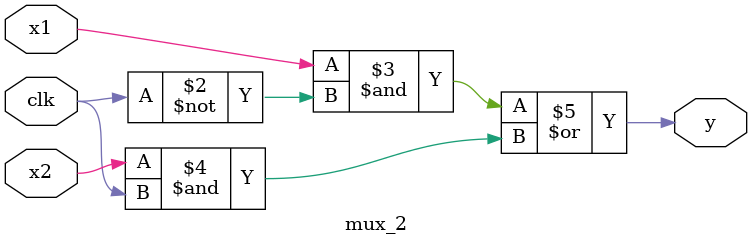
<source format=v>
`timescale 1ns / 1ps

module mux_2( //multiplexer using a binary 1 or 0 clock and 2 inputs
    input clk,
    input wire x1, x2,
    output reg y
);
    
always@(*)
    y = ((x1 & (~clk)) | (x2 & clk));
    
endmodule

</source>
